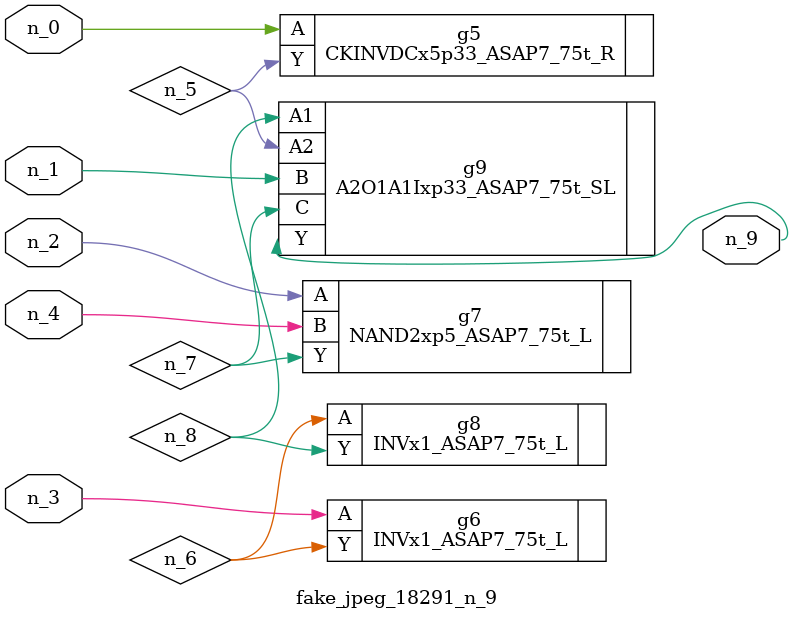
<source format=v>
module fake_jpeg_18291_n_9 (n_3, n_2, n_1, n_0, n_4, n_9);

input n_3;
input n_2;
input n_1;
input n_0;
input n_4;

output n_9;

wire n_8;
wire n_6;
wire n_5;
wire n_7;

CKINVDCx5p33_ASAP7_75t_R g5 ( 
.A(n_0),
.Y(n_5)
);

INVx1_ASAP7_75t_L g6 ( 
.A(n_3),
.Y(n_6)
);

NAND2xp5_ASAP7_75t_L g7 ( 
.A(n_2),
.B(n_4),
.Y(n_7)
);

INVx1_ASAP7_75t_L g8 ( 
.A(n_6),
.Y(n_8)
);

A2O1A1Ixp33_ASAP7_75t_SL g9 ( 
.A1(n_8),
.A2(n_5),
.B(n_1),
.C(n_7),
.Y(n_9)
);


endmodule
</source>
